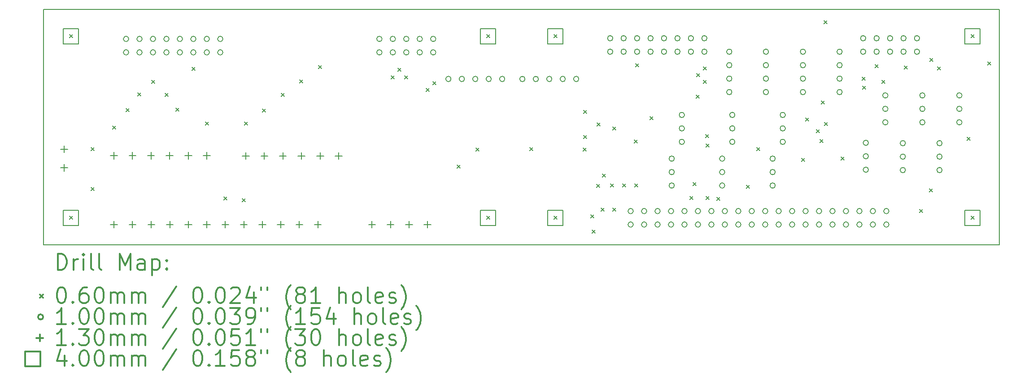
<source format=gbr>
%FSLAX45Y45*%
G04 Gerber Fmt 4.5, Leading zero omitted, Abs format (unit mm)*
G04 Created by KiCad (PCBNEW 4.0.0-rc1-stable) date mer. 14 oct. 2015 22:43:15 CEST*
%MOMM*%
G01*
G04 APERTURE LIST*
%ADD10C,0.127000*%
%ADD11C,0.150000*%
%ADD12C,0.200000*%
%ADD13C,0.300000*%
G04 APERTURE END LIST*
D10*
D11*
X5505450Y-8337550D02*
X5505450Y-3892550D01*
X23545800Y-8337550D02*
X5505450Y-8337550D01*
X23545800Y-3892550D02*
X23545800Y-8337550D01*
X5505450Y-3892550D02*
X23545800Y-3892550D01*
D12*
X5989800Y-4370550D02*
X6049800Y-4430550D01*
X6049800Y-4370550D02*
X5989800Y-4430550D01*
X5989800Y-7799550D02*
X6049800Y-7859550D01*
X6049800Y-7799550D02*
X5989800Y-7859550D01*
X6396200Y-6504150D02*
X6456200Y-6564150D01*
X6456200Y-6504150D02*
X6396200Y-6564150D01*
X6396200Y-7253450D02*
X6456200Y-7313450D01*
X6456200Y-7253450D02*
X6396200Y-7313450D01*
X6802600Y-6097750D02*
X6862600Y-6157750D01*
X6862600Y-6097750D02*
X6802600Y-6157750D01*
X7056600Y-5761200D02*
X7116600Y-5821200D01*
X7116600Y-5761200D02*
X7056600Y-5821200D01*
X7278850Y-5469100D02*
X7338850Y-5529100D01*
X7338850Y-5469100D02*
X7278850Y-5529100D01*
X7539200Y-5234150D02*
X7599200Y-5294150D01*
X7599200Y-5234150D02*
X7539200Y-5294150D01*
X7793200Y-5475450D02*
X7853200Y-5535450D01*
X7853200Y-5475450D02*
X7793200Y-5535450D01*
X8002750Y-5754850D02*
X8062750Y-5814850D01*
X8062750Y-5754850D02*
X8002750Y-5814850D01*
X8301200Y-4986500D02*
X8361200Y-5046500D01*
X8361200Y-4986500D02*
X8301200Y-5046500D01*
X8555200Y-6015200D02*
X8615200Y-6075200D01*
X8615200Y-6015200D02*
X8555200Y-6075200D01*
X8904450Y-7431250D02*
X8964450Y-7491250D01*
X8964450Y-7431250D02*
X8904450Y-7491250D01*
X9253700Y-7469350D02*
X9313700Y-7529350D01*
X9313700Y-7469350D02*
X9253700Y-7529350D01*
X9291800Y-6015200D02*
X9351800Y-6075200D01*
X9351800Y-6015200D02*
X9291800Y-6075200D01*
X9634700Y-5773900D02*
X9694700Y-5833900D01*
X9694700Y-5773900D02*
X9634700Y-5833900D01*
X9990300Y-5475450D02*
X10050300Y-5535450D01*
X10050300Y-5475450D02*
X9990300Y-5535450D01*
X10339550Y-5221450D02*
X10399550Y-5281450D01*
X10399550Y-5221450D02*
X10339550Y-5281450D01*
X10695150Y-4954750D02*
X10755150Y-5014750D01*
X10755150Y-4954750D02*
X10695150Y-5014750D01*
X12066750Y-5145250D02*
X12126750Y-5205250D01*
X12126750Y-5145250D02*
X12066750Y-5205250D01*
X12193750Y-4999200D02*
X12253750Y-5059200D01*
X12253750Y-4999200D02*
X12193750Y-5059200D01*
X12320750Y-5145250D02*
X12380750Y-5205250D01*
X12380750Y-5145250D02*
X12320750Y-5205250D01*
X12720800Y-5386550D02*
X12780800Y-5446550D01*
X12780800Y-5386550D02*
X12720800Y-5446550D01*
X12847800Y-5253200D02*
X12907800Y-5313200D01*
X12907800Y-5253200D02*
X12847800Y-5313200D01*
X13311350Y-6828000D02*
X13371350Y-6888000D01*
X13371350Y-6828000D02*
X13311350Y-6888000D01*
X13660600Y-6510500D02*
X13720600Y-6570500D01*
X13720600Y-6510500D02*
X13660600Y-6570500D01*
X13863800Y-4370550D02*
X13923800Y-4430550D01*
X13923800Y-4370550D02*
X13863800Y-4430550D01*
X13863800Y-7799550D02*
X13923800Y-7859550D01*
X13923800Y-7799550D02*
X13863800Y-7859550D01*
X14676600Y-6504150D02*
X14736600Y-6564150D01*
X14736600Y-6504150D02*
X14676600Y-6564150D01*
X15133800Y-4370550D02*
X15193800Y-4430550D01*
X15193800Y-4370550D02*
X15133800Y-4430550D01*
X15133800Y-7799550D02*
X15193800Y-7859550D01*
X15193800Y-7799550D02*
X15133800Y-7859550D01*
X15686250Y-6510500D02*
X15746250Y-6570500D01*
X15746250Y-6510500D02*
X15686250Y-6570500D01*
X15692600Y-5799300D02*
X15752600Y-5859300D01*
X15752600Y-5799300D02*
X15692600Y-5859300D01*
X15692600Y-6275550D02*
X15752600Y-6335550D01*
X15752600Y-6275550D02*
X15692600Y-6335550D01*
X15832300Y-7767800D02*
X15892300Y-7827800D01*
X15892300Y-7767800D02*
X15832300Y-7827800D01*
X15857700Y-8059900D02*
X15917700Y-8119900D01*
X15917700Y-8059900D02*
X15857700Y-8119900D01*
X15940250Y-7196300D02*
X16000250Y-7256300D01*
X16000250Y-7196300D02*
X15940250Y-7256300D01*
X15946600Y-6034250D02*
X16006600Y-6094250D01*
X16006600Y-6034250D02*
X15946600Y-6094250D01*
X16022800Y-7647150D02*
X16082800Y-7707150D01*
X16082800Y-7647150D02*
X16022800Y-7707150D01*
X16054550Y-6999450D02*
X16114550Y-7059450D01*
X16114550Y-6999450D02*
X16054550Y-7059450D01*
X16200600Y-7189950D02*
X16260600Y-7249950D01*
X16260600Y-7189950D02*
X16200600Y-7249950D01*
X16245050Y-6110450D02*
X16305050Y-6170450D01*
X16305050Y-6110450D02*
X16245050Y-6170450D01*
X16245050Y-7647150D02*
X16305050Y-7707150D01*
X16305050Y-7647150D02*
X16245050Y-7707150D01*
X16429200Y-7189950D02*
X16489200Y-7249950D01*
X16489200Y-7189950D02*
X16429200Y-7249950D01*
X16651450Y-6358100D02*
X16711450Y-6418100D01*
X16711450Y-6358100D02*
X16651450Y-6418100D01*
X16657800Y-7189950D02*
X16717800Y-7249950D01*
X16717800Y-7189950D02*
X16657800Y-7249950D01*
X16676850Y-4916650D02*
X16736850Y-4976650D01*
X16736850Y-4916650D02*
X16676850Y-4976650D01*
X16949900Y-5919950D02*
X17009900Y-5979950D01*
X17009900Y-5919950D02*
X16949900Y-5979950D01*
X17699200Y-7424900D02*
X17759200Y-7484900D01*
X17759200Y-7424900D02*
X17699200Y-7484900D01*
X17762700Y-7164550D02*
X17822700Y-7224550D01*
X17822700Y-7164550D02*
X17762700Y-7224550D01*
X17819850Y-5507200D02*
X17879850Y-5567200D01*
X17879850Y-5507200D02*
X17819850Y-5567200D01*
X17826200Y-5100800D02*
X17886200Y-5160800D01*
X17886200Y-5100800D02*
X17826200Y-5160800D01*
X17959550Y-4980150D02*
X18019550Y-5040150D01*
X18019550Y-4980150D02*
X17959550Y-5040150D01*
X17959550Y-5234150D02*
X18019550Y-5294150D01*
X18019550Y-5234150D02*
X17959550Y-5294150D01*
X17997650Y-6256500D02*
X18057650Y-6316500D01*
X18057650Y-6256500D02*
X17997650Y-6316500D01*
X18004000Y-6434300D02*
X18064000Y-6494300D01*
X18064000Y-6434300D02*
X18004000Y-6494300D01*
X18010350Y-7424900D02*
X18070350Y-7484900D01*
X18070350Y-7424900D02*
X18010350Y-7484900D01*
X18213550Y-7437600D02*
X18273550Y-7497600D01*
X18273550Y-7437600D02*
X18213550Y-7497600D01*
X18772350Y-7215350D02*
X18832350Y-7275350D01*
X18832350Y-7215350D02*
X18772350Y-7275350D01*
X18962850Y-6497800D02*
X19022850Y-6557800D01*
X19022850Y-6497800D02*
X18962850Y-6557800D01*
X19807400Y-6701000D02*
X19867400Y-6761000D01*
X19867400Y-6701000D02*
X19807400Y-6761000D01*
X19883600Y-5945350D02*
X19943600Y-6005350D01*
X19943600Y-5945350D02*
X19883600Y-6005350D01*
X20086800Y-6161250D02*
X20146800Y-6221250D01*
X20146800Y-6161250D02*
X20086800Y-6221250D01*
X20156650Y-6345400D02*
X20216650Y-6405400D01*
X20216650Y-6345400D02*
X20156650Y-6405400D01*
X20182050Y-5621500D02*
X20242050Y-5681500D01*
X20242050Y-5621500D02*
X20182050Y-5681500D01*
X20232850Y-4103850D02*
X20292850Y-4163850D01*
X20292850Y-4103850D02*
X20232850Y-4163850D01*
X20239200Y-6027900D02*
X20299200Y-6087900D01*
X20299200Y-6027900D02*
X20239200Y-6087900D01*
X20556700Y-6675600D02*
X20616700Y-6735600D01*
X20616700Y-6675600D02*
X20556700Y-6735600D01*
X20956750Y-5170650D02*
X21016750Y-5230650D01*
X21016750Y-5170650D02*
X20956750Y-5230650D01*
X20963100Y-5342100D02*
X21023100Y-5402100D01*
X21023100Y-5342100D02*
X20963100Y-5402100D01*
X21198050Y-4935700D02*
X21258050Y-4995700D01*
X21258050Y-4935700D02*
X21198050Y-4995700D01*
X21325050Y-5234150D02*
X21385050Y-5294150D01*
X21385050Y-5234150D02*
X21325050Y-5294150D01*
X21750500Y-4961100D02*
X21810500Y-5021100D01*
X21810500Y-4961100D02*
X21750500Y-5021100D01*
X22036250Y-7672550D02*
X22096250Y-7732550D01*
X22096250Y-7672550D02*
X22036250Y-7732550D01*
X22226750Y-7278850D02*
X22286750Y-7338850D01*
X22286750Y-7278850D02*
X22226750Y-7338850D01*
X22233100Y-4815050D02*
X22293100Y-4875050D01*
X22293100Y-4815050D02*
X22233100Y-4875050D01*
X22379150Y-4980150D02*
X22439150Y-5040150D01*
X22439150Y-4980150D02*
X22379150Y-5040150D01*
X22931600Y-6307300D02*
X22991600Y-6367300D01*
X22991600Y-6307300D02*
X22931600Y-6367300D01*
X23007800Y-4370550D02*
X23067800Y-4430550D01*
X23067800Y-4370550D02*
X23007800Y-4430550D01*
X23007800Y-7799550D02*
X23067800Y-7859550D01*
X23067800Y-7799550D02*
X23007800Y-7859550D01*
X23325300Y-4884900D02*
X23385300Y-4944900D01*
X23385300Y-4884900D02*
X23325300Y-4944900D01*
X7111200Y-4451350D02*
G75*
G03X7111200Y-4451350I-50000J0D01*
G01*
X7111200Y-4705350D02*
G75*
G03X7111200Y-4705350I-50000J0D01*
G01*
X7365200Y-4451350D02*
G75*
G03X7365200Y-4451350I-50000J0D01*
G01*
X7365200Y-4705350D02*
G75*
G03X7365200Y-4705350I-50000J0D01*
G01*
X7619200Y-4451350D02*
G75*
G03X7619200Y-4451350I-50000J0D01*
G01*
X7619200Y-4705350D02*
G75*
G03X7619200Y-4705350I-50000J0D01*
G01*
X7873200Y-4451350D02*
G75*
G03X7873200Y-4451350I-50000J0D01*
G01*
X7873200Y-4705350D02*
G75*
G03X7873200Y-4705350I-50000J0D01*
G01*
X8127200Y-4451350D02*
G75*
G03X8127200Y-4451350I-50000J0D01*
G01*
X8127200Y-4705350D02*
G75*
G03X8127200Y-4705350I-50000J0D01*
G01*
X8381200Y-4451350D02*
G75*
G03X8381200Y-4451350I-50000J0D01*
G01*
X8381200Y-4705350D02*
G75*
G03X8381200Y-4705350I-50000J0D01*
G01*
X8635200Y-4451350D02*
G75*
G03X8635200Y-4451350I-50000J0D01*
G01*
X8635200Y-4705350D02*
G75*
G03X8635200Y-4705350I-50000J0D01*
G01*
X8889200Y-4451350D02*
G75*
G03X8889200Y-4451350I-50000J0D01*
G01*
X8889200Y-4705350D02*
G75*
G03X8889200Y-4705350I-50000J0D01*
G01*
X11892750Y-4451350D02*
G75*
G03X11892750Y-4451350I-50000J0D01*
G01*
X11892750Y-4705350D02*
G75*
G03X11892750Y-4705350I-50000J0D01*
G01*
X12146750Y-4451350D02*
G75*
G03X12146750Y-4451350I-50000J0D01*
G01*
X12146750Y-4705350D02*
G75*
G03X12146750Y-4705350I-50000J0D01*
G01*
X12400750Y-4451350D02*
G75*
G03X12400750Y-4451350I-50000J0D01*
G01*
X12400750Y-4705350D02*
G75*
G03X12400750Y-4705350I-50000J0D01*
G01*
X12654750Y-4451350D02*
G75*
G03X12654750Y-4451350I-50000J0D01*
G01*
X12654750Y-4705350D02*
G75*
G03X12654750Y-4705350I-50000J0D01*
G01*
X12908750Y-4451350D02*
G75*
G03X12908750Y-4451350I-50000J0D01*
G01*
X12908750Y-4705350D02*
G75*
G03X12908750Y-4705350I-50000J0D01*
G01*
X13195008Y-5207000D02*
G75*
G03X13195008Y-5207000I-50000J0D01*
G01*
X13449008Y-5207000D02*
G75*
G03X13449008Y-5207000I-50000J0D01*
G01*
X13702500Y-5207000D02*
G75*
G03X13702500Y-5207000I-50000J0D01*
G01*
X13956500Y-5207000D02*
G75*
G03X13956500Y-5207000I-50000J0D01*
G01*
X14210500Y-5207000D02*
G75*
G03X14210500Y-5207000I-50000J0D01*
G01*
X14592008Y-5207508D02*
G75*
G03X14592008Y-5207508I-50000J0D01*
G01*
X14846008Y-5207508D02*
G75*
G03X14846008Y-5207508I-50000J0D01*
G01*
X15099500Y-5207000D02*
G75*
G03X15099500Y-5207000I-50000J0D01*
G01*
X15353500Y-5207000D02*
G75*
G03X15353500Y-5207000I-50000J0D01*
G01*
X15607500Y-5207000D02*
G75*
G03X15607500Y-5207000I-50000J0D01*
G01*
X16248850Y-4438650D02*
G75*
G03X16248850Y-4438650I-50000J0D01*
G01*
X16248850Y-4692650D02*
G75*
G03X16248850Y-4692650I-50000J0D01*
G01*
X16502850Y-4438650D02*
G75*
G03X16502850Y-4438650I-50000J0D01*
G01*
X16502850Y-4692650D02*
G75*
G03X16502850Y-4692650I-50000J0D01*
G01*
X16636200Y-7702550D02*
G75*
G03X16636200Y-7702550I-50000J0D01*
G01*
X16636200Y-7956550D02*
G75*
G03X16636200Y-7956550I-50000J0D01*
G01*
X16756850Y-4438650D02*
G75*
G03X16756850Y-4438650I-50000J0D01*
G01*
X16756850Y-4692650D02*
G75*
G03X16756850Y-4692650I-50000J0D01*
G01*
X16890200Y-7702550D02*
G75*
G03X16890200Y-7702550I-50000J0D01*
G01*
X16890200Y-7956550D02*
G75*
G03X16890200Y-7956550I-50000J0D01*
G01*
X17010850Y-4438650D02*
G75*
G03X17010850Y-4438650I-50000J0D01*
G01*
X17010850Y-4692650D02*
G75*
G03X17010850Y-4692650I-50000J0D01*
G01*
X17144200Y-7702550D02*
G75*
G03X17144200Y-7702550I-50000J0D01*
G01*
X17144200Y-7956550D02*
G75*
G03X17144200Y-7956550I-50000J0D01*
G01*
X17264850Y-4438650D02*
G75*
G03X17264850Y-4438650I-50000J0D01*
G01*
X17264850Y-4692650D02*
G75*
G03X17264850Y-4692650I-50000J0D01*
G01*
X17398200Y-7702550D02*
G75*
G03X17398200Y-7702550I-50000J0D01*
G01*
X17398200Y-7956550D02*
G75*
G03X17398200Y-7956550I-50000J0D01*
G01*
X17410900Y-6711950D02*
G75*
G03X17410900Y-6711950I-50000J0D01*
G01*
X17410900Y-6965950D02*
G75*
G03X17410900Y-6965950I-50000J0D01*
G01*
X17410900Y-7219950D02*
G75*
G03X17410900Y-7219950I-50000J0D01*
G01*
X17518850Y-4438650D02*
G75*
G03X17518850Y-4438650I-50000J0D01*
G01*
X17518850Y-4692650D02*
G75*
G03X17518850Y-4692650I-50000J0D01*
G01*
X17601400Y-5886450D02*
G75*
G03X17601400Y-5886450I-50000J0D01*
G01*
X17601400Y-6140450D02*
G75*
G03X17601400Y-6140450I-50000J0D01*
G01*
X17601400Y-6394450D02*
G75*
G03X17601400Y-6394450I-50000J0D01*
G01*
X17652200Y-7702550D02*
G75*
G03X17652200Y-7702550I-50000J0D01*
G01*
X17652200Y-7956550D02*
G75*
G03X17652200Y-7956550I-50000J0D01*
G01*
X17772850Y-4438650D02*
G75*
G03X17772850Y-4438650I-50000J0D01*
G01*
X17772850Y-4692650D02*
G75*
G03X17772850Y-4692650I-50000J0D01*
G01*
X17906200Y-7702550D02*
G75*
G03X17906200Y-7702550I-50000J0D01*
G01*
X17906200Y-7956550D02*
G75*
G03X17906200Y-7956550I-50000J0D01*
G01*
X18026850Y-4438650D02*
G75*
G03X18026850Y-4438650I-50000J0D01*
G01*
X18026850Y-4692650D02*
G75*
G03X18026850Y-4692650I-50000J0D01*
G01*
X18160200Y-7702550D02*
G75*
G03X18160200Y-7702550I-50000J0D01*
G01*
X18160200Y-7956550D02*
G75*
G03X18160200Y-7956550I-50000J0D01*
G01*
X18363400Y-6711950D02*
G75*
G03X18363400Y-6711950I-50000J0D01*
G01*
X18363400Y-6965950D02*
G75*
G03X18363400Y-6965950I-50000J0D01*
G01*
X18363400Y-7219950D02*
G75*
G03X18363400Y-7219950I-50000J0D01*
G01*
X18414200Y-7702550D02*
G75*
G03X18414200Y-7702550I-50000J0D01*
G01*
X18414200Y-7956550D02*
G75*
G03X18414200Y-7956550I-50000J0D01*
G01*
X18496750Y-4692650D02*
G75*
G03X18496750Y-4692650I-50000J0D01*
G01*
X18496750Y-4946650D02*
G75*
G03X18496750Y-4946650I-50000J0D01*
G01*
X18496750Y-5200650D02*
G75*
G03X18496750Y-5200650I-50000J0D01*
G01*
X18496750Y-5454650D02*
G75*
G03X18496750Y-5454650I-50000J0D01*
G01*
X18553900Y-5886450D02*
G75*
G03X18553900Y-5886450I-50000J0D01*
G01*
X18553900Y-6140450D02*
G75*
G03X18553900Y-6140450I-50000J0D01*
G01*
X18553900Y-6394450D02*
G75*
G03X18553900Y-6394450I-50000J0D01*
G01*
X18668200Y-7702550D02*
G75*
G03X18668200Y-7702550I-50000J0D01*
G01*
X18668200Y-7956550D02*
G75*
G03X18668200Y-7956550I-50000J0D01*
G01*
X18922200Y-7702550D02*
G75*
G03X18922200Y-7702550I-50000J0D01*
G01*
X18922200Y-7956550D02*
G75*
G03X18922200Y-7956550I-50000J0D01*
G01*
X19176200Y-7702550D02*
G75*
G03X19176200Y-7702550I-50000J0D01*
G01*
X19176200Y-7956550D02*
G75*
G03X19176200Y-7956550I-50000J0D01*
G01*
X19188900Y-4692650D02*
G75*
G03X19188900Y-4692650I-50000J0D01*
G01*
X19188900Y-4946650D02*
G75*
G03X19188900Y-4946650I-50000J0D01*
G01*
X19188900Y-5200650D02*
G75*
G03X19188900Y-5200650I-50000J0D01*
G01*
X19188900Y-5454650D02*
G75*
G03X19188900Y-5454650I-50000J0D01*
G01*
X19315900Y-6711950D02*
G75*
G03X19315900Y-6711950I-50000J0D01*
G01*
X19315900Y-6965950D02*
G75*
G03X19315900Y-6965950I-50000J0D01*
G01*
X19315900Y-7219950D02*
G75*
G03X19315900Y-7219950I-50000J0D01*
G01*
X19430200Y-7702550D02*
G75*
G03X19430200Y-7702550I-50000J0D01*
G01*
X19430200Y-7956550D02*
G75*
G03X19430200Y-7956550I-50000J0D01*
G01*
X19506400Y-5886450D02*
G75*
G03X19506400Y-5886450I-50000J0D01*
G01*
X19506400Y-6140450D02*
G75*
G03X19506400Y-6140450I-50000J0D01*
G01*
X19506400Y-6394450D02*
G75*
G03X19506400Y-6394450I-50000J0D01*
G01*
X19684200Y-7702550D02*
G75*
G03X19684200Y-7702550I-50000J0D01*
G01*
X19684200Y-7956550D02*
G75*
G03X19684200Y-7956550I-50000J0D01*
G01*
X19887400Y-4692650D02*
G75*
G03X19887400Y-4692650I-50000J0D01*
G01*
X19887400Y-4946650D02*
G75*
G03X19887400Y-4946650I-50000J0D01*
G01*
X19887400Y-5200650D02*
G75*
G03X19887400Y-5200650I-50000J0D01*
G01*
X19887400Y-5454650D02*
G75*
G03X19887400Y-5454650I-50000J0D01*
G01*
X19938200Y-7702550D02*
G75*
G03X19938200Y-7702550I-50000J0D01*
G01*
X19938200Y-7956550D02*
G75*
G03X19938200Y-7956550I-50000J0D01*
G01*
X20192200Y-7702550D02*
G75*
G03X20192200Y-7702550I-50000J0D01*
G01*
X20192200Y-7956550D02*
G75*
G03X20192200Y-7956550I-50000J0D01*
G01*
X20446200Y-7702550D02*
G75*
G03X20446200Y-7702550I-50000J0D01*
G01*
X20446200Y-7956550D02*
G75*
G03X20446200Y-7956550I-50000J0D01*
G01*
X20579550Y-4692650D02*
G75*
G03X20579550Y-4692650I-50000J0D01*
G01*
X20579550Y-4946650D02*
G75*
G03X20579550Y-4946650I-50000J0D01*
G01*
X20579550Y-5200650D02*
G75*
G03X20579550Y-5200650I-50000J0D01*
G01*
X20579550Y-5454650D02*
G75*
G03X20579550Y-5454650I-50000J0D01*
G01*
X20700200Y-7702550D02*
G75*
G03X20700200Y-7702550I-50000J0D01*
G01*
X20700200Y-7956550D02*
G75*
G03X20700200Y-7956550I-50000J0D01*
G01*
X20954200Y-7702550D02*
G75*
G03X20954200Y-7702550I-50000J0D01*
G01*
X20954200Y-7956550D02*
G75*
G03X20954200Y-7956550I-50000J0D01*
G01*
X21024050Y-4438650D02*
G75*
G03X21024050Y-4438650I-50000J0D01*
G01*
X21024050Y-4692650D02*
G75*
G03X21024050Y-4692650I-50000J0D01*
G01*
X21074850Y-6413500D02*
G75*
G03X21074850Y-6413500I-50000J0D01*
G01*
X21074850Y-6667500D02*
G75*
G03X21074850Y-6667500I-50000J0D01*
G01*
X21074850Y-6921500D02*
G75*
G03X21074850Y-6921500I-50000J0D01*
G01*
X21208200Y-7702550D02*
G75*
G03X21208200Y-7702550I-50000J0D01*
G01*
X21208200Y-7956550D02*
G75*
G03X21208200Y-7956550I-50000J0D01*
G01*
X21278050Y-4438650D02*
G75*
G03X21278050Y-4438650I-50000J0D01*
G01*
X21278050Y-4692650D02*
G75*
G03X21278050Y-4692650I-50000J0D01*
G01*
X21443150Y-5518150D02*
G75*
G03X21443150Y-5518150I-50000J0D01*
G01*
X21443150Y-5772150D02*
G75*
G03X21443150Y-5772150I-50000J0D01*
G01*
X21443150Y-6026150D02*
G75*
G03X21443150Y-6026150I-50000J0D01*
G01*
X21462200Y-7702550D02*
G75*
G03X21462200Y-7702550I-50000J0D01*
G01*
X21462200Y-7956550D02*
G75*
G03X21462200Y-7956550I-50000J0D01*
G01*
X21532050Y-4438650D02*
G75*
G03X21532050Y-4438650I-50000J0D01*
G01*
X21532050Y-4692650D02*
G75*
G03X21532050Y-4692650I-50000J0D01*
G01*
X21773350Y-6419850D02*
G75*
G03X21773350Y-6419850I-50000J0D01*
G01*
X21773350Y-6673850D02*
G75*
G03X21773350Y-6673850I-50000J0D01*
G01*
X21773350Y-6927850D02*
G75*
G03X21773350Y-6927850I-50000J0D01*
G01*
X21786050Y-4438650D02*
G75*
G03X21786050Y-4438650I-50000J0D01*
G01*
X21786050Y-4692650D02*
G75*
G03X21786050Y-4692650I-50000J0D01*
G01*
X22040050Y-4438650D02*
G75*
G03X22040050Y-4438650I-50000J0D01*
G01*
X22040050Y-4692650D02*
G75*
G03X22040050Y-4692650I-50000J0D01*
G01*
X22141650Y-5518150D02*
G75*
G03X22141650Y-5518150I-50000J0D01*
G01*
X22141650Y-5772150D02*
G75*
G03X22141650Y-5772150I-50000J0D01*
G01*
X22141650Y-6026150D02*
G75*
G03X22141650Y-6026150I-50000J0D01*
G01*
X22465500Y-6419850D02*
G75*
G03X22465500Y-6419850I-50000J0D01*
G01*
X22465500Y-6673850D02*
G75*
G03X22465500Y-6673850I-50000J0D01*
G01*
X22465500Y-6927850D02*
G75*
G03X22465500Y-6927850I-50000J0D01*
G01*
X22840150Y-5518150D02*
G75*
G03X22840150Y-5518150I-50000J0D01*
G01*
X22840150Y-5772150D02*
G75*
G03X22840150Y-5772150I-50000J0D01*
G01*
X22840150Y-6026150D02*
G75*
G03X22840150Y-6026150I-50000J0D01*
G01*
X5892800Y-6469126D02*
X5892800Y-6599174D01*
X5827776Y-6534150D02*
X5957824Y-6534150D01*
X5892800Y-6818376D02*
X5892800Y-6948424D01*
X5827776Y-6883400D02*
X5957824Y-6883400D01*
X6832600Y-6589776D02*
X6832600Y-6719824D01*
X6767576Y-6654800D02*
X6897624Y-6654800D01*
X6832600Y-7891526D02*
X6832600Y-8021574D01*
X6767576Y-7956550D02*
X6897624Y-7956550D01*
X7181850Y-6589776D02*
X7181850Y-6719824D01*
X7116826Y-6654800D02*
X7246874Y-6654800D01*
X7181850Y-7891526D02*
X7181850Y-8021574D01*
X7116826Y-7956550D02*
X7246874Y-7956550D01*
X7531100Y-6589776D02*
X7531100Y-6719824D01*
X7466076Y-6654800D02*
X7596124Y-6654800D01*
X7537450Y-7891526D02*
X7537450Y-8021574D01*
X7472426Y-7956550D02*
X7602474Y-7956550D01*
X7880350Y-6589776D02*
X7880350Y-6719824D01*
X7815326Y-6654800D02*
X7945374Y-6654800D01*
X7886700Y-7891526D02*
X7886700Y-8021574D01*
X7821676Y-7956550D02*
X7951724Y-7956550D01*
X8235950Y-6589776D02*
X8235950Y-6719824D01*
X8170926Y-6654800D02*
X8300974Y-6654800D01*
X8235950Y-7891526D02*
X8235950Y-8021574D01*
X8170926Y-7956550D02*
X8300974Y-7956550D01*
X8585200Y-6589776D02*
X8585200Y-6719824D01*
X8520176Y-6654800D02*
X8650224Y-6654800D01*
X8585200Y-7891526D02*
X8585200Y-8021574D01*
X8520176Y-7956550D02*
X8650224Y-7956550D01*
X8934450Y-7891526D02*
X8934450Y-8021574D01*
X8869426Y-7956550D02*
X8999474Y-7956550D01*
X9283700Y-7891526D02*
X9283700Y-8021574D01*
X9218676Y-7956550D02*
X9348724Y-7956550D01*
X9321800Y-6596126D02*
X9321800Y-6726174D01*
X9256776Y-6661150D02*
X9386824Y-6661150D01*
X9632950Y-7891526D02*
X9632950Y-8021574D01*
X9567926Y-7956550D02*
X9697974Y-7956550D01*
X9671050Y-6596126D02*
X9671050Y-6726174D01*
X9606026Y-6661150D02*
X9736074Y-6661150D01*
X9982200Y-7891526D02*
X9982200Y-8021574D01*
X9917176Y-7956550D02*
X10047224Y-7956550D01*
X10020300Y-6596126D02*
X10020300Y-6726174D01*
X9955276Y-6661150D02*
X10085324Y-6661150D01*
X10331450Y-7891526D02*
X10331450Y-8021574D01*
X10266426Y-7956550D02*
X10396474Y-7956550D01*
X10369550Y-6596126D02*
X10369550Y-6726174D01*
X10304526Y-6661150D02*
X10434574Y-6661150D01*
X10680700Y-7891526D02*
X10680700Y-8021574D01*
X10615676Y-7956550D02*
X10745724Y-7956550D01*
X10725150Y-6596126D02*
X10725150Y-6726174D01*
X10660126Y-6661150D02*
X10790174Y-6661150D01*
X11074400Y-6596126D02*
X11074400Y-6726174D01*
X11009376Y-6661150D02*
X11139424Y-6661150D01*
X11703050Y-7891526D02*
X11703050Y-8021574D01*
X11638026Y-7956550D02*
X11768074Y-7956550D01*
X12052300Y-7891526D02*
X12052300Y-8021574D01*
X11987276Y-7956550D02*
X12117324Y-7956550D01*
X12401550Y-7891526D02*
X12401550Y-8021574D01*
X12336526Y-7956550D02*
X12466574Y-7956550D01*
X12750800Y-7891526D02*
X12750800Y-8021574D01*
X12685776Y-7956550D02*
X12815824Y-7956550D01*
X6161240Y-4541990D02*
X6161240Y-4259110D01*
X5878360Y-4259110D01*
X5878360Y-4541990D01*
X6161240Y-4541990D01*
X6161240Y-7970990D02*
X6161240Y-7688110D01*
X5878360Y-7688110D01*
X5878360Y-7970990D01*
X6161240Y-7970990D01*
X14035240Y-4541990D02*
X14035240Y-4259110D01*
X13752360Y-4259110D01*
X13752360Y-4541990D01*
X14035240Y-4541990D01*
X14035240Y-7970990D02*
X14035240Y-7688110D01*
X13752360Y-7688110D01*
X13752360Y-7970990D01*
X14035240Y-7970990D01*
X15305240Y-4541990D02*
X15305240Y-4259110D01*
X15022360Y-4259110D01*
X15022360Y-4541990D01*
X15305240Y-4541990D01*
X15305240Y-7970990D02*
X15305240Y-7688110D01*
X15022360Y-7688110D01*
X15022360Y-7970990D01*
X15305240Y-7970990D01*
X23179240Y-4541990D02*
X23179240Y-4259110D01*
X22896360Y-4259110D01*
X22896360Y-4541990D01*
X23179240Y-4541990D01*
X23179240Y-7970990D02*
X23179240Y-7688110D01*
X22896360Y-7688110D01*
X22896360Y-7970990D01*
X23179240Y-7970990D01*
D13*
X5769378Y-8810764D02*
X5769378Y-8510764D01*
X5840807Y-8510764D01*
X5883664Y-8525050D01*
X5912236Y-8553622D01*
X5926521Y-8582193D01*
X5940807Y-8639336D01*
X5940807Y-8682193D01*
X5926521Y-8739336D01*
X5912236Y-8767907D01*
X5883664Y-8796479D01*
X5840807Y-8810764D01*
X5769378Y-8810764D01*
X6069378Y-8810764D02*
X6069378Y-8610764D01*
X6069378Y-8667907D02*
X6083664Y-8639336D01*
X6097950Y-8625050D01*
X6126521Y-8610764D01*
X6155093Y-8610764D01*
X6255093Y-8810764D02*
X6255093Y-8610764D01*
X6255093Y-8510764D02*
X6240807Y-8525050D01*
X6255093Y-8539336D01*
X6269378Y-8525050D01*
X6255093Y-8510764D01*
X6255093Y-8539336D01*
X6440807Y-8810764D02*
X6412236Y-8796479D01*
X6397950Y-8767907D01*
X6397950Y-8510764D01*
X6597950Y-8810764D02*
X6569378Y-8796479D01*
X6555093Y-8767907D01*
X6555093Y-8510764D01*
X6940807Y-8810764D02*
X6940807Y-8510764D01*
X7040807Y-8725050D01*
X7140807Y-8510764D01*
X7140807Y-8810764D01*
X7412236Y-8810764D02*
X7412236Y-8653622D01*
X7397950Y-8625050D01*
X7369378Y-8610764D01*
X7312236Y-8610764D01*
X7283664Y-8625050D01*
X7412236Y-8796479D02*
X7383664Y-8810764D01*
X7312236Y-8810764D01*
X7283664Y-8796479D01*
X7269378Y-8767907D01*
X7269378Y-8739336D01*
X7283664Y-8710764D01*
X7312236Y-8696479D01*
X7383664Y-8696479D01*
X7412236Y-8682193D01*
X7555093Y-8610764D02*
X7555093Y-8910764D01*
X7555093Y-8625050D02*
X7583664Y-8610764D01*
X7640807Y-8610764D01*
X7669378Y-8625050D01*
X7683664Y-8639336D01*
X7697950Y-8667907D01*
X7697950Y-8753622D01*
X7683664Y-8782193D01*
X7669378Y-8796479D01*
X7640807Y-8810764D01*
X7583664Y-8810764D01*
X7555093Y-8796479D01*
X7826521Y-8782193D02*
X7840807Y-8796479D01*
X7826521Y-8810764D01*
X7812236Y-8796479D01*
X7826521Y-8782193D01*
X7826521Y-8810764D01*
X7826521Y-8625050D02*
X7840807Y-8639336D01*
X7826521Y-8653622D01*
X7812236Y-8639336D01*
X7826521Y-8625050D01*
X7826521Y-8653622D01*
X5437950Y-9275050D02*
X5497950Y-9335050D01*
X5497950Y-9275050D02*
X5437950Y-9335050D01*
X5826521Y-9140764D02*
X5855093Y-9140764D01*
X5883664Y-9155050D01*
X5897950Y-9169336D01*
X5912236Y-9197907D01*
X5926521Y-9255050D01*
X5926521Y-9326479D01*
X5912236Y-9383622D01*
X5897950Y-9412193D01*
X5883664Y-9426479D01*
X5855093Y-9440764D01*
X5826521Y-9440764D01*
X5797950Y-9426479D01*
X5783664Y-9412193D01*
X5769378Y-9383622D01*
X5755093Y-9326479D01*
X5755093Y-9255050D01*
X5769378Y-9197907D01*
X5783664Y-9169336D01*
X5797950Y-9155050D01*
X5826521Y-9140764D01*
X6055093Y-9412193D02*
X6069378Y-9426479D01*
X6055093Y-9440764D01*
X6040807Y-9426479D01*
X6055093Y-9412193D01*
X6055093Y-9440764D01*
X6326521Y-9140764D02*
X6269378Y-9140764D01*
X6240807Y-9155050D01*
X6226521Y-9169336D01*
X6197950Y-9212193D01*
X6183664Y-9269336D01*
X6183664Y-9383622D01*
X6197950Y-9412193D01*
X6212236Y-9426479D01*
X6240807Y-9440764D01*
X6297950Y-9440764D01*
X6326521Y-9426479D01*
X6340807Y-9412193D01*
X6355093Y-9383622D01*
X6355093Y-9312193D01*
X6340807Y-9283622D01*
X6326521Y-9269336D01*
X6297950Y-9255050D01*
X6240807Y-9255050D01*
X6212236Y-9269336D01*
X6197950Y-9283622D01*
X6183664Y-9312193D01*
X6540807Y-9140764D02*
X6569378Y-9140764D01*
X6597950Y-9155050D01*
X6612236Y-9169336D01*
X6626521Y-9197907D01*
X6640807Y-9255050D01*
X6640807Y-9326479D01*
X6626521Y-9383622D01*
X6612236Y-9412193D01*
X6597950Y-9426479D01*
X6569378Y-9440764D01*
X6540807Y-9440764D01*
X6512236Y-9426479D01*
X6497950Y-9412193D01*
X6483664Y-9383622D01*
X6469378Y-9326479D01*
X6469378Y-9255050D01*
X6483664Y-9197907D01*
X6497950Y-9169336D01*
X6512236Y-9155050D01*
X6540807Y-9140764D01*
X6769378Y-9440764D02*
X6769378Y-9240764D01*
X6769378Y-9269336D02*
X6783664Y-9255050D01*
X6812236Y-9240764D01*
X6855093Y-9240764D01*
X6883664Y-9255050D01*
X6897950Y-9283622D01*
X6897950Y-9440764D01*
X6897950Y-9283622D02*
X6912236Y-9255050D01*
X6940807Y-9240764D01*
X6983664Y-9240764D01*
X7012236Y-9255050D01*
X7026521Y-9283622D01*
X7026521Y-9440764D01*
X7169378Y-9440764D02*
X7169378Y-9240764D01*
X7169378Y-9269336D02*
X7183664Y-9255050D01*
X7212236Y-9240764D01*
X7255093Y-9240764D01*
X7283664Y-9255050D01*
X7297950Y-9283622D01*
X7297950Y-9440764D01*
X7297950Y-9283622D02*
X7312236Y-9255050D01*
X7340807Y-9240764D01*
X7383664Y-9240764D01*
X7412236Y-9255050D01*
X7426521Y-9283622D01*
X7426521Y-9440764D01*
X8012236Y-9126479D02*
X7755093Y-9512193D01*
X8397950Y-9140764D02*
X8426521Y-9140764D01*
X8455093Y-9155050D01*
X8469378Y-9169336D01*
X8483664Y-9197907D01*
X8497950Y-9255050D01*
X8497950Y-9326479D01*
X8483664Y-9383622D01*
X8469378Y-9412193D01*
X8455093Y-9426479D01*
X8426521Y-9440764D01*
X8397950Y-9440764D01*
X8369378Y-9426479D01*
X8355093Y-9412193D01*
X8340807Y-9383622D01*
X8326521Y-9326479D01*
X8326521Y-9255050D01*
X8340807Y-9197907D01*
X8355093Y-9169336D01*
X8369378Y-9155050D01*
X8397950Y-9140764D01*
X8626521Y-9412193D02*
X8640807Y-9426479D01*
X8626521Y-9440764D01*
X8612236Y-9426479D01*
X8626521Y-9412193D01*
X8626521Y-9440764D01*
X8826521Y-9140764D02*
X8855093Y-9140764D01*
X8883664Y-9155050D01*
X8897950Y-9169336D01*
X8912236Y-9197907D01*
X8926521Y-9255050D01*
X8926521Y-9326479D01*
X8912236Y-9383622D01*
X8897950Y-9412193D01*
X8883664Y-9426479D01*
X8855093Y-9440764D01*
X8826521Y-9440764D01*
X8797950Y-9426479D01*
X8783664Y-9412193D01*
X8769378Y-9383622D01*
X8755093Y-9326479D01*
X8755093Y-9255050D01*
X8769378Y-9197907D01*
X8783664Y-9169336D01*
X8797950Y-9155050D01*
X8826521Y-9140764D01*
X9040807Y-9169336D02*
X9055093Y-9155050D01*
X9083664Y-9140764D01*
X9155093Y-9140764D01*
X9183664Y-9155050D01*
X9197950Y-9169336D01*
X9212236Y-9197907D01*
X9212236Y-9226479D01*
X9197950Y-9269336D01*
X9026521Y-9440764D01*
X9212236Y-9440764D01*
X9469378Y-9240764D02*
X9469378Y-9440764D01*
X9397950Y-9126479D02*
X9326521Y-9340764D01*
X9512236Y-9340764D01*
X9612236Y-9140764D02*
X9612236Y-9197907D01*
X9726521Y-9140764D02*
X9726521Y-9197907D01*
X10169378Y-9555050D02*
X10155093Y-9540764D01*
X10126521Y-9497907D01*
X10112236Y-9469336D01*
X10097950Y-9426479D01*
X10083664Y-9355050D01*
X10083664Y-9297907D01*
X10097950Y-9226479D01*
X10112236Y-9183622D01*
X10126521Y-9155050D01*
X10155093Y-9112193D01*
X10169378Y-9097907D01*
X10326521Y-9269336D02*
X10297950Y-9255050D01*
X10283664Y-9240764D01*
X10269378Y-9212193D01*
X10269378Y-9197907D01*
X10283664Y-9169336D01*
X10297950Y-9155050D01*
X10326521Y-9140764D01*
X10383664Y-9140764D01*
X10412236Y-9155050D01*
X10426521Y-9169336D01*
X10440807Y-9197907D01*
X10440807Y-9212193D01*
X10426521Y-9240764D01*
X10412236Y-9255050D01*
X10383664Y-9269336D01*
X10326521Y-9269336D01*
X10297950Y-9283622D01*
X10283664Y-9297907D01*
X10269378Y-9326479D01*
X10269378Y-9383622D01*
X10283664Y-9412193D01*
X10297950Y-9426479D01*
X10326521Y-9440764D01*
X10383664Y-9440764D01*
X10412236Y-9426479D01*
X10426521Y-9412193D01*
X10440807Y-9383622D01*
X10440807Y-9326479D01*
X10426521Y-9297907D01*
X10412236Y-9283622D01*
X10383664Y-9269336D01*
X10726521Y-9440764D02*
X10555093Y-9440764D01*
X10640807Y-9440764D02*
X10640807Y-9140764D01*
X10612236Y-9183622D01*
X10583664Y-9212193D01*
X10555093Y-9226479D01*
X11083664Y-9440764D02*
X11083664Y-9140764D01*
X11212235Y-9440764D02*
X11212235Y-9283622D01*
X11197950Y-9255050D01*
X11169378Y-9240764D01*
X11126521Y-9240764D01*
X11097950Y-9255050D01*
X11083664Y-9269336D01*
X11397950Y-9440764D02*
X11369378Y-9426479D01*
X11355093Y-9412193D01*
X11340807Y-9383622D01*
X11340807Y-9297907D01*
X11355093Y-9269336D01*
X11369378Y-9255050D01*
X11397950Y-9240764D01*
X11440807Y-9240764D01*
X11469378Y-9255050D01*
X11483664Y-9269336D01*
X11497950Y-9297907D01*
X11497950Y-9383622D01*
X11483664Y-9412193D01*
X11469378Y-9426479D01*
X11440807Y-9440764D01*
X11397950Y-9440764D01*
X11669378Y-9440764D02*
X11640807Y-9426479D01*
X11626521Y-9397907D01*
X11626521Y-9140764D01*
X11897950Y-9426479D02*
X11869378Y-9440764D01*
X11812236Y-9440764D01*
X11783664Y-9426479D01*
X11769378Y-9397907D01*
X11769378Y-9283622D01*
X11783664Y-9255050D01*
X11812236Y-9240764D01*
X11869378Y-9240764D01*
X11897950Y-9255050D01*
X11912236Y-9283622D01*
X11912236Y-9312193D01*
X11769378Y-9340764D01*
X12026521Y-9426479D02*
X12055093Y-9440764D01*
X12112236Y-9440764D01*
X12140807Y-9426479D01*
X12155093Y-9397907D01*
X12155093Y-9383622D01*
X12140807Y-9355050D01*
X12112236Y-9340764D01*
X12069378Y-9340764D01*
X12040807Y-9326479D01*
X12026521Y-9297907D01*
X12026521Y-9283622D01*
X12040807Y-9255050D01*
X12069378Y-9240764D01*
X12112236Y-9240764D01*
X12140807Y-9255050D01*
X12255093Y-9555050D02*
X12269378Y-9540764D01*
X12297950Y-9497907D01*
X12312236Y-9469336D01*
X12326521Y-9426479D01*
X12340807Y-9355050D01*
X12340807Y-9297907D01*
X12326521Y-9226479D01*
X12312236Y-9183622D01*
X12297950Y-9155050D01*
X12269378Y-9112193D01*
X12255093Y-9097907D01*
X5497950Y-9701050D02*
G75*
G03X5497950Y-9701050I-50000J0D01*
G01*
X5926521Y-9836764D02*
X5755093Y-9836764D01*
X5840807Y-9836764D02*
X5840807Y-9536764D01*
X5812236Y-9579622D01*
X5783664Y-9608193D01*
X5755093Y-9622479D01*
X6055093Y-9808193D02*
X6069378Y-9822479D01*
X6055093Y-9836764D01*
X6040807Y-9822479D01*
X6055093Y-9808193D01*
X6055093Y-9836764D01*
X6255093Y-9536764D02*
X6283664Y-9536764D01*
X6312236Y-9551050D01*
X6326521Y-9565336D01*
X6340807Y-9593907D01*
X6355093Y-9651050D01*
X6355093Y-9722479D01*
X6340807Y-9779622D01*
X6326521Y-9808193D01*
X6312236Y-9822479D01*
X6283664Y-9836764D01*
X6255093Y-9836764D01*
X6226521Y-9822479D01*
X6212236Y-9808193D01*
X6197950Y-9779622D01*
X6183664Y-9722479D01*
X6183664Y-9651050D01*
X6197950Y-9593907D01*
X6212236Y-9565336D01*
X6226521Y-9551050D01*
X6255093Y-9536764D01*
X6540807Y-9536764D02*
X6569378Y-9536764D01*
X6597950Y-9551050D01*
X6612236Y-9565336D01*
X6626521Y-9593907D01*
X6640807Y-9651050D01*
X6640807Y-9722479D01*
X6626521Y-9779622D01*
X6612236Y-9808193D01*
X6597950Y-9822479D01*
X6569378Y-9836764D01*
X6540807Y-9836764D01*
X6512236Y-9822479D01*
X6497950Y-9808193D01*
X6483664Y-9779622D01*
X6469378Y-9722479D01*
X6469378Y-9651050D01*
X6483664Y-9593907D01*
X6497950Y-9565336D01*
X6512236Y-9551050D01*
X6540807Y-9536764D01*
X6769378Y-9836764D02*
X6769378Y-9636764D01*
X6769378Y-9665336D02*
X6783664Y-9651050D01*
X6812236Y-9636764D01*
X6855093Y-9636764D01*
X6883664Y-9651050D01*
X6897950Y-9679622D01*
X6897950Y-9836764D01*
X6897950Y-9679622D02*
X6912236Y-9651050D01*
X6940807Y-9636764D01*
X6983664Y-9636764D01*
X7012236Y-9651050D01*
X7026521Y-9679622D01*
X7026521Y-9836764D01*
X7169378Y-9836764D02*
X7169378Y-9636764D01*
X7169378Y-9665336D02*
X7183664Y-9651050D01*
X7212236Y-9636764D01*
X7255093Y-9636764D01*
X7283664Y-9651050D01*
X7297950Y-9679622D01*
X7297950Y-9836764D01*
X7297950Y-9679622D02*
X7312236Y-9651050D01*
X7340807Y-9636764D01*
X7383664Y-9636764D01*
X7412236Y-9651050D01*
X7426521Y-9679622D01*
X7426521Y-9836764D01*
X8012236Y-9522479D02*
X7755093Y-9908193D01*
X8397950Y-9536764D02*
X8426521Y-9536764D01*
X8455093Y-9551050D01*
X8469378Y-9565336D01*
X8483664Y-9593907D01*
X8497950Y-9651050D01*
X8497950Y-9722479D01*
X8483664Y-9779622D01*
X8469378Y-9808193D01*
X8455093Y-9822479D01*
X8426521Y-9836764D01*
X8397950Y-9836764D01*
X8369378Y-9822479D01*
X8355093Y-9808193D01*
X8340807Y-9779622D01*
X8326521Y-9722479D01*
X8326521Y-9651050D01*
X8340807Y-9593907D01*
X8355093Y-9565336D01*
X8369378Y-9551050D01*
X8397950Y-9536764D01*
X8626521Y-9808193D02*
X8640807Y-9822479D01*
X8626521Y-9836764D01*
X8612236Y-9822479D01*
X8626521Y-9808193D01*
X8626521Y-9836764D01*
X8826521Y-9536764D02*
X8855093Y-9536764D01*
X8883664Y-9551050D01*
X8897950Y-9565336D01*
X8912236Y-9593907D01*
X8926521Y-9651050D01*
X8926521Y-9722479D01*
X8912236Y-9779622D01*
X8897950Y-9808193D01*
X8883664Y-9822479D01*
X8855093Y-9836764D01*
X8826521Y-9836764D01*
X8797950Y-9822479D01*
X8783664Y-9808193D01*
X8769378Y-9779622D01*
X8755093Y-9722479D01*
X8755093Y-9651050D01*
X8769378Y-9593907D01*
X8783664Y-9565336D01*
X8797950Y-9551050D01*
X8826521Y-9536764D01*
X9026521Y-9536764D02*
X9212236Y-9536764D01*
X9112236Y-9651050D01*
X9155093Y-9651050D01*
X9183664Y-9665336D01*
X9197950Y-9679622D01*
X9212236Y-9708193D01*
X9212236Y-9779622D01*
X9197950Y-9808193D01*
X9183664Y-9822479D01*
X9155093Y-9836764D01*
X9069378Y-9836764D01*
X9040807Y-9822479D01*
X9026521Y-9808193D01*
X9355093Y-9836764D02*
X9412236Y-9836764D01*
X9440807Y-9822479D01*
X9455093Y-9808193D01*
X9483664Y-9765336D01*
X9497950Y-9708193D01*
X9497950Y-9593907D01*
X9483664Y-9565336D01*
X9469378Y-9551050D01*
X9440807Y-9536764D01*
X9383664Y-9536764D01*
X9355093Y-9551050D01*
X9340807Y-9565336D01*
X9326521Y-9593907D01*
X9326521Y-9665336D01*
X9340807Y-9693907D01*
X9355093Y-9708193D01*
X9383664Y-9722479D01*
X9440807Y-9722479D01*
X9469378Y-9708193D01*
X9483664Y-9693907D01*
X9497950Y-9665336D01*
X9612236Y-9536764D02*
X9612236Y-9593907D01*
X9726521Y-9536764D02*
X9726521Y-9593907D01*
X10169378Y-9951050D02*
X10155093Y-9936764D01*
X10126521Y-9893907D01*
X10112236Y-9865336D01*
X10097950Y-9822479D01*
X10083664Y-9751050D01*
X10083664Y-9693907D01*
X10097950Y-9622479D01*
X10112236Y-9579622D01*
X10126521Y-9551050D01*
X10155093Y-9508193D01*
X10169378Y-9493907D01*
X10440807Y-9836764D02*
X10269378Y-9836764D01*
X10355093Y-9836764D02*
X10355093Y-9536764D01*
X10326521Y-9579622D01*
X10297950Y-9608193D01*
X10269378Y-9622479D01*
X10712236Y-9536764D02*
X10569378Y-9536764D01*
X10555093Y-9679622D01*
X10569378Y-9665336D01*
X10597950Y-9651050D01*
X10669378Y-9651050D01*
X10697950Y-9665336D01*
X10712236Y-9679622D01*
X10726521Y-9708193D01*
X10726521Y-9779622D01*
X10712236Y-9808193D01*
X10697950Y-9822479D01*
X10669378Y-9836764D01*
X10597950Y-9836764D01*
X10569378Y-9822479D01*
X10555093Y-9808193D01*
X10983664Y-9636764D02*
X10983664Y-9836764D01*
X10912236Y-9522479D02*
X10840807Y-9736764D01*
X11026521Y-9736764D01*
X11369378Y-9836764D02*
X11369378Y-9536764D01*
X11497950Y-9836764D02*
X11497950Y-9679622D01*
X11483664Y-9651050D01*
X11455093Y-9636764D01*
X11412235Y-9636764D01*
X11383664Y-9651050D01*
X11369378Y-9665336D01*
X11683664Y-9836764D02*
X11655093Y-9822479D01*
X11640807Y-9808193D01*
X11626521Y-9779622D01*
X11626521Y-9693907D01*
X11640807Y-9665336D01*
X11655093Y-9651050D01*
X11683664Y-9636764D01*
X11726521Y-9636764D01*
X11755093Y-9651050D01*
X11769378Y-9665336D01*
X11783664Y-9693907D01*
X11783664Y-9779622D01*
X11769378Y-9808193D01*
X11755093Y-9822479D01*
X11726521Y-9836764D01*
X11683664Y-9836764D01*
X11955093Y-9836764D02*
X11926521Y-9822479D01*
X11912236Y-9793907D01*
X11912236Y-9536764D01*
X12183664Y-9822479D02*
X12155093Y-9836764D01*
X12097950Y-9836764D01*
X12069378Y-9822479D01*
X12055093Y-9793907D01*
X12055093Y-9679622D01*
X12069378Y-9651050D01*
X12097950Y-9636764D01*
X12155093Y-9636764D01*
X12183664Y-9651050D01*
X12197950Y-9679622D01*
X12197950Y-9708193D01*
X12055093Y-9736764D01*
X12312236Y-9822479D02*
X12340807Y-9836764D01*
X12397950Y-9836764D01*
X12426521Y-9822479D01*
X12440807Y-9793907D01*
X12440807Y-9779622D01*
X12426521Y-9751050D01*
X12397950Y-9736764D01*
X12355093Y-9736764D01*
X12326521Y-9722479D01*
X12312236Y-9693907D01*
X12312236Y-9679622D01*
X12326521Y-9651050D01*
X12355093Y-9636764D01*
X12397950Y-9636764D01*
X12426521Y-9651050D01*
X12540807Y-9951050D02*
X12555093Y-9936764D01*
X12583664Y-9893907D01*
X12597950Y-9865336D01*
X12612236Y-9822479D01*
X12626521Y-9751050D01*
X12626521Y-9693907D01*
X12612236Y-9622479D01*
X12597950Y-9579622D01*
X12583664Y-9551050D01*
X12555093Y-9508193D01*
X12540807Y-9493907D01*
X5432926Y-10032026D02*
X5432926Y-10162074D01*
X5367902Y-10097050D02*
X5497950Y-10097050D01*
X5926521Y-10232764D02*
X5755093Y-10232764D01*
X5840807Y-10232764D02*
X5840807Y-9932764D01*
X5812236Y-9975622D01*
X5783664Y-10004193D01*
X5755093Y-10018479D01*
X6055093Y-10204193D02*
X6069378Y-10218479D01*
X6055093Y-10232764D01*
X6040807Y-10218479D01*
X6055093Y-10204193D01*
X6055093Y-10232764D01*
X6169378Y-9932764D02*
X6355093Y-9932764D01*
X6255093Y-10047050D01*
X6297950Y-10047050D01*
X6326521Y-10061336D01*
X6340807Y-10075622D01*
X6355093Y-10104193D01*
X6355093Y-10175622D01*
X6340807Y-10204193D01*
X6326521Y-10218479D01*
X6297950Y-10232764D01*
X6212236Y-10232764D01*
X6183664Y-10218479D01*
X6169378Y-10204193D01*
X6540807Y-9932764D02*
X6569378Y-9932764D01*
X6597950Y-9947050D01*
X6612236Y-9961336D01*
X6626521Y-9989907D01*
X6640807Y-10047050D01*
X6640807Y-10118479D01*
X6626521Y-10175622D01*
X6612236Y-10204193D01*
X6597950Y-10218479D01*
X6569378Y-10232764D01*
X6540807Y-10232764D01*
X6512236Y-10218479D01*
X6497950Y-10204193D01*
X6483664Y-10175622D01*
X6469378Y-10118479D01*
X6469378Y-10047050D01*
X6483664Y-9989907D01*
X6497950Y-9961336D01*
X6512236Y-9947050D01*
X6540807Y-9932764D01*
X6769378Y-10232764D02*
X6769378Y-10032764D01*
X6769378Y-10061336D02*
X6783664Y-10047050D01*
X6812236Y-10032764D01*
X6855093Y-10032764D01*
X6883664Y-10047050D01*
X6897950Y-10075622D01*
X6897950Y-10232764D01*
X6897950Y-10075622D02*
X6912236Y-10047050D01*
X6940807Y-10032764D01*
X6983664Y-10032764D01*
X7012236Y-10047050D01*
X7026521Y-10075622D01*
X7026521Y-10232764D01*
X7169378Y-10232764D02*
X7169378Y-10032764D01*
X7169378Y-10061336D02*
X7183664Y-10047050D01*
X7212236Y-10032764D01*
X7255093Y-10032764D01*
X7283664Y-10047050D01*
X7297950Y-10075622D01*
X7297950Y-10232764D01*
X7297950Y-10075622D02*
X7312236Y-10047050D01*
X7340807Y-10032764D01*
X7383664Y-10032764D01*
X7412236Y-10047050D01*
X7426521Y-10075622D01*
X7426521Y-10232764D01*
X8012236Y-9918479D02*
X7755093Y-10304193D01*
X8397950Y-9932764D02*
X8426521Y-9932764D01*
X8455093Y-9947050D01*
X8469378Y-9961336D01*
X8483664Y-9989907D01*
X8497950Y-10047050D01*
X8497950Y-10118479D01*
X8483664Y-10175622D01*
X8469378Y-10204193D01*
X8455093Y-10218479D01*
X8426521Y-10232764D01*
X8397950Y-10232764D01*
X8369378Y-10218479D01*
X8355093Y-10204193D01*
X8340807Y-10175622D01*
X8326521Y-10118479D01*
X8326521Y-10047050D01*
X8340807Y-9989907D01*
X8355093Y-9961336D01*
X8369378Y-9947050D01*
X8397950Y-9932764D01*
X8626521Y-10204193D02*
X8640807Y-10218479D01*
X8626521Y-10232764D01*
X8612236Y-10218479D01*
X8626521Y-10204193D01*
X8626521Y-10232764D01*
X8826521Y-9932764D02*
X8855093Y-9932764D01*
X8883664Y-9947050D01*
X8897950Y-9961336D01*
X8912236Y-9989907D01*
X8926521Y-10047050D01*
X8926521Y-10118479D01*
X8912236Y-10175622D01*
X8897950Y-10204193D01*
X8883664Y-10218479D01*
X8855093Y-10232764D01*
X8826521Y-10232764D01*
X8797950Y-10218479D01*
X8783664Y-10204193D01*
X8769378Y-10175622D01*
X8755093Y-10118479D01*
X8755093Y-10047050D01*
X8769378Y-9989907D01*
X8783664Y-9961336D01*
X8797950Y-9947050D01*
X8826521Y-9932764D01*
X9197950Y-9932764D02*
X9055093Y-9932764D01*
X9040807Y-10075622D01*
X9055093Y-10061336D01*
X9083664Y-10047050D01*
X9155093Y-10047050D01*
X9183664Y-10061336D01*
X9197950Y-10075622D01*
X9212236Y-10104193D01*
X9212236Y-10175622D01*
X9197950Y-10204193D01*
X9183664Y-10218479D01*
X9155093Y-10232764D01*
X9083664Y-10232764D01*
X9055093Y-10218479D01*
X9040807Y-10204193D01*
X9497950Y-10232764D02*
X9326521Y-10232764D01*
X9412236Y-10232764D02*
X9412236Y-9932764D01*
X9383664Y-9975622D01*
X9355093Y-10004193D01*
X9326521Y-10018479D01*
X9612236Y-9932764D02*
X9612236Y-9989907D01*
X9726521Y-9932764D02*
X9726521Y-9989907D01*
X10169378Y-10347050D02*
X10155093Y-10332764D01*
X10126521Y-10289907D01*
X10112236Y-10261336D01*
X10097950Y-10218479D01*
X10083664Y-10147050D01*
X10083664Y-10089907D01*
X10097950Y-10018479D01*
X10112236Y-9975622D01*
X10126521Y-9947050D01*
X10155093Y-9904193D01*
X10169378Y-9889907D01*
X10255093Y-9932764D02*
X10440807Y-9932764D01*
X10340807Y-10047050D01*
X10383664Y-10047050D01*
X10412236Y-10061336D01*
X10426521Y-10075622D01*
X10440807Y-10104193D01*
X10440807Y-10175622D01*
X10426521Y-10204193D01*
X10412236Y-10218479D01*
X10383664Y-10232764D01*
X10297950Y-10232764D01*
X10269378Y-10218479D01*
X10255093Y-10204193D01*
X10626521Y-9932764D02*
X10655093Y-9932764D01*
X10683664Y-9947050D01*
X10697950Y-9961336D01*
X10712236Y-9989907D01*
X10726521Y-10047050D01*
X10726521Y-10118479D01*
X10712236Y-10175622D01*
X10697950Y-10204193D01*
X10683664Y-10218479D01*
X10655093Y-10232764D01*
X10626521Y-10232764D01*
X10597950Y-10218479D01*
X10583664Y-10204193D01*
X10569378Y-10175622D01*
X10555093Y-10118479D01*
X10555093Y-10047050D01*
X10569378Y-9989907D01*
X10583664Y-9961336D01*
X10597950Y-9947050D01*
X10626521Y-9932764D01*
X11083664Y-10232764D02*
X11083664Y-9932764D01*
X11212235Y-10232764D02*
X11212235Y-10075622D01*
X11197950Y-10047050D01*
X11169378Y-10032764D01*
X11126521Y-10032764D01*
X11097950Y-10047050D01*
X11083664Y-10061336D01*
X11397950Y-10232764D02*
X11369378Y-10218479D01*
X11355093Y-10204193D01*
X11340807Y-10175622D01*
X11340807Y-10089907D01*
X11355093Y-10061336D01*
X11369378Y-10047050D01*
X11397950Y-10032764D01*
X11440807Y-10032764D01*
X11469378Y-10047050D01*
X11483664Y-10061336D01*
X11497950Y-10089907D01*
X11497950Y-10175622D01*
X11483664Y-10204193D01*
X11469378Y-10218479D01*
X11440807Y-10232764D01*
X11397950Y-10232764D01*
X11669378Y-10232764D02*
X11640807Y-10218479D01*
X11626521Y-10189907D01*
X11626521Y-9932764D01*
X11897950Y-10218479D02*
X11869378Y-10232764D01*
X11812236Y-10232764D01*
X11783664Y-10218479D01*
X11769378Y-10189907D01*
X11769378Y-10075622D01*
X11783664Y-10047050D01*
X11812236Y-10032764D01*
X11869378Y-10032764D01*
X11897950Y-10047050D01*
X11912236Y-10075622D01*
X11912236Y-10104193D01*
X11769378Y-10132764D01*
X12026521Y-10218479D02*
X12055093Y-10232764D01*
X12112236Y-10232764D01*
X12140807Y-10218479D01*
X12155093Y-10189907D01*
X12155093Y-10175622D01*
X12140807Y-10147050D01*
X12112236Y-10132764D01*
X12069378Y-10132764D01*
X12040807Y-10118479D01*
X12026521Y-10089907D01*
X12026521Y-10075622D01*
X12040807Y-10047050D01*
X12069378Y-10032764D01*
X12112236Y-10032764D01*
X12140807Y-10047050D01*
X12255093Y-10347050D02*
X12269378Y-10332764D01*
X12297950Y-10289907D01*
X12312236Y-10261336D01*
X12326521Y-10218479D01*
X12340807Y-10147050D01*
X12340807Y-10089907D01*
X12326521Y-10018479D01*
X12312236Y-9975622D01*
X12297950Y-9947050D01*
X12269378Y-9904193D01*
X12255093Y-9889907D01*
X5439365Y-10634491D02*
X5439365Y-10351610D01*
X5156485Y-10351610D01*
X5156485Y-10634491D01*
X5439365Y-10634491D01*
X5897950Y-10428764D02*
X5897950Y-10628764D01*
X5826521Y-10314479D02*
X5755093Y-10528764D01*
X5940807Y-10528764D01*
X6055093Y-10600193D02*
X6069378Y-10614479D01*
X6055093Y-10628764D01*
X6040807Y-10614479D01*
X6055093Y-10600193D01*
X6055093Y-10628764D01*
X6255093Y-10328764D02*
X6283664Y-10328764D01*
X6312236Y-10343050D01*
X6326521Y-10357336D01*
X6340807Y-10385907D01*
X6355093Y-10443050D01*
X6355093Y-10514479D01*
X6340807Y-10571622D01*
X6326521Y-10600193D01*
X6312236Y-10614479D01*
X6283664Y-10628764D01*
X6255093Y-10628764D01*
X6226521Y-10614479D01*
X6212236Y-10600193D01*
X6197950Y-10571622D01*
X6183664Y-10514479D01*
X6183664Y-10443050D01*
X6197950Y-10385907D01*
X6212236Y-10357336D01*
X6226521Y-10343050D01*
X6255093Y-10328764D01*
X6540807Y-10328764D02*
X6569378Y-10328764D01*
X6597950Y-10343050D01*
X6612236Y-10357336D01*
X6626521Y-10385907D01*
X6640807Y-10443050D01*
X6640807Y-10514479D01*
X6626521Y-10571622D01*
X6612236Y-10600193D01*
X6597950Y-10614479D01*
X6569378Y-10628764D01*
X6540807Y-10628764D01*
X6512236Y-10614479D01*
X6497950Y-10600193D01*
X6483664Y-10571622D01*
X6469378Y-10514479D01*
X6469378Y-10443050D01*
X6483664Y-10385907D01*
X6497950Y-10357336D01*
X6512236Y-10343050D01*
X6540807Y-10328764D01*
X6769378Y-10628764D02*
X6769378Y-10428764D01*
X6769378Y-10457336D02*
X6783664Y-10443050D01*
X6812236Y-10428764D01*
X6855093Y-10428764D01*
X6883664Y-10443050D01*
X6897950Y-10471622D01*
X6897950Y-10628764D01*
X6897950Y-10471622D02*
X6912236Y-10443050D01*
X6940807Y-10428764D01*
X6983664Y-10428764D01*
X7012236Y-10443050D01*
X7026521Y-10471622D01*
X7026521Y-10628764D01*
X7169378Y-10628764D02*
X7169378Y-10428764D01*
X7169378Y-10457336D02*
X7183664Y-10443050D01*
X7212236Y-10428764D01*
X7255093Y-10428764D01*
X7283664Y-10443050D01*
X7297950Y-10471622D01*
X7297950Y-10628764D01*
X7297950Y-10471622D02*
X7312236Y-10443050D01*
X7340807Y-10428764D01*
X7383664Y-10428764D01*
X7412236Y-10443050D01*
X7426521Y-10471622D01*
X7426521Y-10628764D01*
X8012236Y-10314479D02*
X7755093Y-10700193D01*
X8397950Y-10328764D02*
X8426521Y-10328764D01*
X8455093Y-10343050D01*
X8469378Y-10357336D01*
X8483664Y-10385907D01*
X8497950Y-10443050D01*
X8497950Y-10514479D01*
X8483664Y-10571622D01*
X8469378Y-10600193D01*
X8455093Y-10614479D01*
X8426521Y-10628764D01*
X8397950Y-10628764D01*
X8369378Y-10614479D01*
X8355093Y-10600193D01*
X8340807Y-10571622D01*
X8326521Y-10514479D01*
X8326521Y-10443050D01*
X8340807Y-10385907D01*
X8355093Y-10357336D01*
X8369378Y-10343050D01*
X8397950Y-10328764D01*
X8626521Y-10600193D02*
X8640807Y-10614479D01*
X8626521Y-10628764D01*
X8612236Y-10614479D01*
X8626521Y-10600193D01*
X8626521Y-10628764D01*
X8926521Y-10628764D02*
X8755093Y-10628764D01*
X8840807Y-10628764D02*
X8840807Y-10328764D01*
X8812236Y-10371622D01*
X8783664Y-10400193D01*
X8755093Y-10414479D01*
X9197950Y-10328764D02*
X9055093Y-10328764D01*
X9040807Y-10471622D01*
X9055093Y-10457336D01*
X9083664Y-10443050D01*
X9155093Y-10443050D01*
X9183664Y-10457336D01*
X9197950Y-10471622D01*
X9212236Y-10500193D01*
X9212236Y-10571622D01*
X9197950Y-10600193D01*
X9183664Y-10614479D01*
X9155093Y-10628764D01*
X9083664Y-10628764D01*
X9055093Y-10614479D01*
X9040807Y-10600193D01*
X9383664Y-10457336D02*
X9355093Y-10443050D01*
X9340807Y-10428764D01*
X9326521Y-10400193D01*
X9326521Y-10385907D01*
X9340807Y-10357336D01*
X9355093Y-10343050D01*
X9383664Y-10328764D01*
X9440807Y-10328764D01*
X9469378Y-10343050D01*
X9483664Y-10357336D01*
X9497950Y-10385907D01*
X9497950Y-10400193D01*
X9483664Y-10428764D01*
X9469378Y-10443050D01*
X9440807Y-10457336D01*
X9383664Y-10457336D01*
X9355093Y-10471622D01*
X9340807Y-10485907D01*
X9326521Y-10514479D01*
X9326521Y-10571622D01*
X9340807Y-10600193D01*
X9355093Y-10614479D01*
X9383664Y-10628764D01*
X9440807Y-10628764D01*
X9469378Y-10614479D01*
X9483664Y-10600193D01*
X9497950Y-10571622D01*
X9497950Y-10514479D01*
X9483664Y-10485907D01*
X9469378Y-10471622D01*
X9440807Y-10457336D01*
X9612236Y-10328764D02*
X9612236Y-10385907D01*
X9726521Y-10328764D02*
X9726521Y-10385907D01*
X10169378Y-10743050D02*
X10155093Y-10728764D01*
X10126521Y-10685907D01*
X10112236Y-10657336D01*
X10097950Y-10614479D01*
X10083664Y-10543050D01*
X10083664Y-10485907D01*
X10097950Y-10414479D01*
X10112236Y-10371622D01*
X10126521Y-10343050D01*
X10155093Y-10300193D01*
X10169378Y-10285907D01*
X10326521Y-10457336D02*
X10297950Y-10443050D01*
X10283664Y-10428764D01*
X10269378Y-10400193D01*
X10269378Y-10385907D01*
X10283664Y-10357336D01*
X10297950Y-10343050D01*
X10326521Y-10328764D01*
X10383664Y-10328764D01*
X10412236Y-10343050D01*
X10426521Y-10357336D01*
X10440807Y-10385907D01*
X10440807Y-10400193D01*
X10426521Y-10428764D01*
X10412236Y-10443050D01*
X10383664Y-10457336D01*
X10326521Y-10457336D01*
X10297950Y-10471622D01*
X10283664Y-10485907D01*
X10269378Y-10514479D01*
X10269378Y-10571622D01*
X10283664Y-10600193D01*
X10297950Y-10614479D01*
X10326521Y-10628764D01*
X10383664Y-10628764D01*
X10412236Y-10614479D01*
X10426521Y-10600193D01*
X10440807Y-10571622D01*
X10440807Y-10514479D01*
X10426521Y-10485907D01*
X10412236Y-10471622D01*
X10383664Y-10457336D01*
X10797950Y-10628764D02*
X10797950Y-10328764D01*
X10926521Y-10628764D02*
X10926521Y-10471622D01*
X10912236Y-10443050D01*
X10883664Y-10428764D01*
X10840807Y-10428764D01*
X10812236Y-10443050D01*
X10797950Y-10457336D01*
X11112236Y-10628764D02*
X11083664Y-10614479D01*
X11069378Y-10600193D01*
X11055093Y-10571622D01*
X11055093Y-10485907D01*
X11069378Y-10457336D01*
X11083664Y-10443050D01*
X11112236Y-10428764D01*
X11155093Y-10428764D01*
X11183664Y-10443050D01*
X11197950Y-10457336D01*
X11212235Y-10485907D01*
X11212235Y-10571622D01*
X11197950Y-10600193D01*
X11183664Y-10614479D01*
X11155093Y-10628764D01*
X11112236Y-10628764D01*
X11383664Y-10628764D02*
X11355093Y-10614479D01*
X11340807Y-10585907D01*
X11340807Y-10328764D01*
X11612236Y-10614479D02*
X11583664Y-10628764D01*
X11526521Y-10628764D01*
X11497950Y-10614479D01*
X11483664Y-10585907D01*
X11483664Y-10471622D01*
X11497950Y-10443050D01*
X11526521Y-10428764D01*
X11583664Y-10428764D01*
X11612236Y-10443050D01*
X11626521Y-10471622D01*
X11626521Y-10500193D01*
X11483664Y-10528764D01*
X11740807Y-10614479D02*
X11769378Y-10628764D01*
X11826521Y-10628764D01*
X11855093Y-10614479D01*
X11869378Y-10585907D01*
X11869378Y-10571622D01*
X11855093Y-10543050D01*
X11826521Y-10528764D01*
X11783664Y-10528764D01*
X11755093Y-10514479D01*
X11740807Y-10485907D01*
X11740807Y-10471622D01*
X11755093Y-10443050D01*
X11783664Y-10428764D01*
X11826521Y-10428764D01*
X11855093Y-10443050D01*
X11969378Y-10743050D02*
X11983664Y-10728764D01*
X12012236Y-10685907D01*
X12026521Y-10657336D01*
X12040807Y-10614479D01*
X12055093Y-10543050D01*
X12055093Y-10485907D01*
X12040807Y-10414479D01*
X12026521Y-10371622D01*
X12012236Y-10343050D01*
X11983664Y-10300193D01*
X11969378Y-10285907D01*
M02*

</source>
